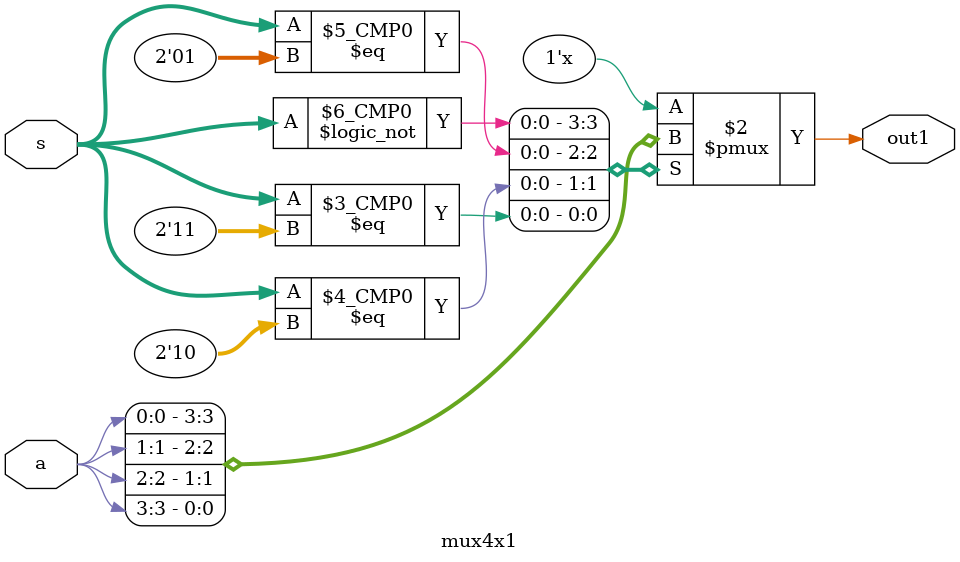
<source format=v>
`timescale 1ns / 1ps


module mux4x1(
    input [3:0] a,
    input [1:0] s,
    output out1
    );
    
    reg out1;
    
    always @(a,s)
    begin
        case(s)
            2'b00 : out1 = a[0];
            2'b01 : out1 = a[1];
            2'b10 : out1 = a[2];
            2'b11 : out1 = a[3];
        endcase
    end
    
endmodule

</source>
